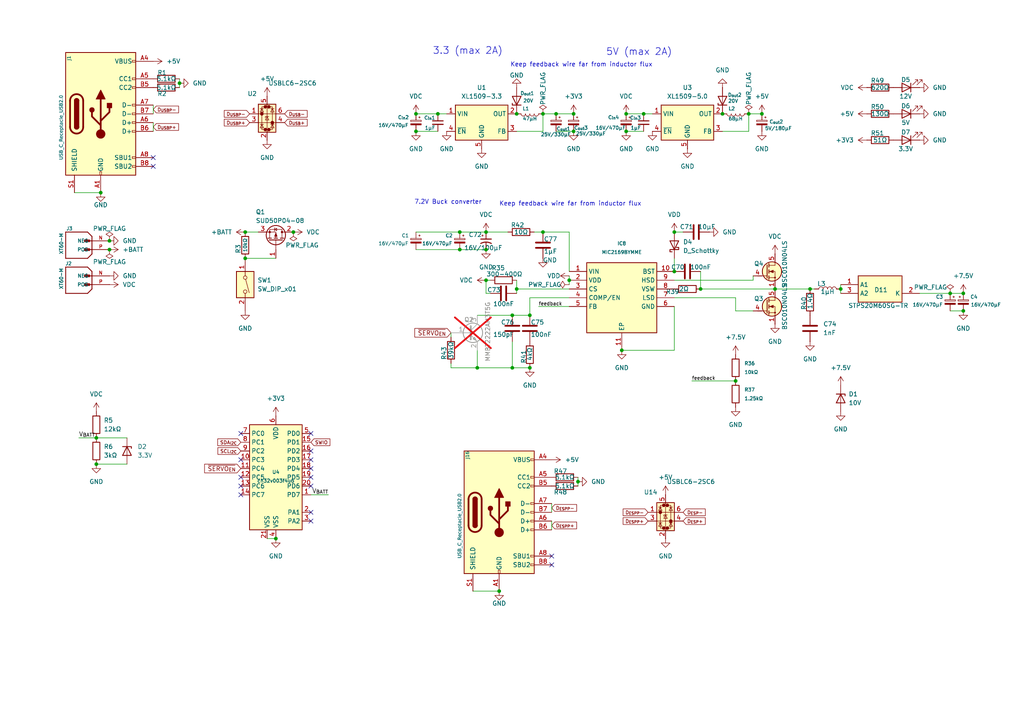
<source format=kicad_sch>
(kicad_sch
	(version 20250114)
	(generator "eeschema")
	(generator_version "9.0")
	(uuid "e4c09165-9c68-40b2-881f-c90ce6ecf190")
	(paper "A4")
	
	(text "Keep feedback wire far from inductor flux\n"
		(exclude_from_sim no)
		(at 144.78 59.944 0)
		(effects
			(font
				(size 1.27 1.27)
			)
			(justify left bottom)
		)
		(uuid "0a3c12fe-98b1-4a44-b02b-1ed508eb677c")
	)
	(text "3.3 (max 2A)"
		(exclude_from_sim no)
		(at 125.476 16.002 0)
		(effects
			(font
				(size 2 2)
			)
			(justify left bottom)
		)
		(uuid "48169a2d-28fd-4408-8e6c-9683429c6920")
	)
	(text "Keep feedback wire far from inductor flux\n"
		(exclude_from_sim no)
		(at 148.0058 19.5834 0)
		(effects
			(font
				(size 1.27 1.27)
			)
			(justify left bottom)
		)
		(uuid "5a720c8f-5903-46e9-b0ec-dc305d8b39d6")
	)
	(text "5V (max 2A)"
		(exclude_from_sim no)
		(at 175.7553 16.3195 0)
		(effects
			(font
				(size 2 2)
			)
			(justify left bottom)
		)
		(uuid "b12016d3-a4da-4292-b8fd-4654e1de889d")
	)
	(text "7.2V Buck converter"
		(exclude_from_sim no)
		(at 120.142 59.436 0)
		(effects
			(font
				(size 1.27 1.27)
			)
			(justify left bottom)
		)
		(uuid "d76eff94-37a4-4b9d-8d63-d76bbee1d60d")
	)
	(junction
		(at 29.21 55.88)
		(diameter 0)
		(color 0 0 0 0)
		(uuid "014229f8-e922-43fc-bb3a-ada6f8e16a40")
	)
	(junction
		(at 279.4 85.09)
		(diameter 0)
		(color 0 0 0 0)
		(uuid "0706ad95-8615-4630-8e7e-c4623ef20ba3")
	)
	(junction
		(at 153.67 91.44)
		(diameter 0)
		(color 0 0 0 0)
		(uuid "0bf23e79-1fbd-4df3-9ba3-b7681327d067")
	)
	(junction
		(at 31.75 69.85)
		(diameter 0)
		(color 0 0 0 0)
		(uuid "0cb14bcc-13f9-4b13-bb4e-ef6e8e2f3418")
	)
	(junction
		(at 52.07 24.13)
		(diameter 0)
		(color 0 0 0 0)
		(uuid "0ed86d61-ab59-42f1-aa05-aa92cf967161")
	)
	(junction
		(at 149.86 83.82)
		(diameter 0)
		(color 0 0 0 0)
		(uuid "17ee1fca-69be-4309-b01b-2c69ab096265")
	)
	(junction
		(at 71.12 67.31)
		(diameter 0)
		(color 0 0 0 0)
		(uuid "1867cdcb-5d9f-44ec-9da6-73143f38074a")
	)
	(junction
		(at 165.1 81.28)
		(diameter 0)
		(color 0 0 0 0)
		(uuid "19a83583-8dbf-4364-9f25-a61c946a2757")
	)
	(junction
		(at 133.35 72.39)
		(diameter 0)
		(color 0 0 0 0)
		(uuid "1fd6e48c-76b4-4e07-b3de-49cc4b072e3c")
	)
	(junction
		(at 140.97 67.31)
		(diameter 0)
		(color 0 0 0 0)
		(uuid "217c6588-7ead-430f-ab06-f5227919cc53")
	)
	(junction
		(at 149.86 33.02)
		(diameter 0)
		(color 0 0 0 0)
		(uuid "2783d833-13cd-455f-88b4-b341daea4265")
	)
	(junction
		(at 213.36 110.49)
		(diameter 0)
		(color 0 0 0 0)
		(uuid "30598afb-f608-4624-9286-44862f977320")
	)
	(junction
		(at 71.12 74.93)
		(diameter 0)
		(color 0 0 0 0)
		(uuid "33337cca-7bb0-4b88-a5da-7253c6f0e3c3")
	)
	(junction
		(at 31.75 72.39)
		(diameter 0)
		(color 0 0 0 0)
		(uuid "368b4340-f94f-4191-a85e-d022f7ff95e3")
	)
	(junction
		(at 138.43 106.68)
		(diameter 0)
		(color 0 0 0 0)
		(uuid "3e7748d7-a0da-44ca-b4be-3a9f63966d0c")
	)
	(junction
		(at 27.94 127)
		(diameter 0)
		(color 0 0 0 0)
		(uuid "4016bba1-7f13-44f2-8770-aead50a38f9a")
	)
	(junction
		(at 120.65 38.1)
		(diameter 0)
		(color 0 0 0 0)
		(uuid "421602c8-530a-4659-8ab8-8c4fa4d32452")
	)
	(junction
		(at 181.61 33.02)
		(diameter 0)
		(color 0 0 0 0)
		(uuid "42f5718f-9bb0-4fac-84c5-bcad7d0a4189")
	)
	(junction
		(at 166.37 33.02)
		(diameter 0)
		(color 0 0 0 0)
		(uuid "4462a825-de39-4fc2-8504-99a1aa45b3ae")
	)
	(junction
		(at 275.59 85.09)
		(diameter 0)
		(color 0 0 0 0)
		(uuid "464b34be-16b7-4498-9836-33e174587801")
	)
	(junction
		(at 148.59 91.44)
		(diameter 0)
		(color 0 0 0 0)
		(uuid "4a64b53c-648c-4f96-bd61-d23e1d3f95d1")
	)
	(junction
		(at 180.34 101.6)
		(diameter 0)
		(color 0 0 0 0)
		(uuid "4e06d980-b782-4927-8395-d6c0bf249446")
	)
	(junction
		(at 195.58 67.31)
		(diameter 0)
		(color 0 0 0 0)
		(uuid "4fc4f8b4-213a-4e5a-931d-812028ec46ef")
	)
	(junction
		(at 85.09 67.31)
		(diameter 0)
		(color 0 0 0 0)
		(uuid "5a5717b8-9446-4647-89ef-e1f338684f14")
	)
	(junction
		(at 120.65 33.02)
		(diameter 0)
		(color 0 0 0 0)
		(uuid "5d8646b5-3b36-47e3-95d0-b2b0f7a20c64")
	)
	(junction
		(at 144.78 171.45)
		(diameter 0)
		(color 0 0 0 0)
		(uuid "6de34901-02bc-494a-bdf8-1249b62609ec")
	)
	(junction
		(at 203.2 83.82)
		(diameter 0)
		(color 0 0 0 0)
		(uuid "70896acb-ec56-4ad6-a2d5-7dc8071514a5")
	)
	(junction
		(at 209.55 33.02)
		(diameter 0)
		(color 0 0 0 0)
		(uuid "758baad9-ec2d-4203-bad5-2ca00e12dd09")
	)
	(junction
		(at 234.95 83.82)
		(diameter 0)
		(color 0 0 0 0)
		(uuid "7ac401a6-e2ab-4fbe-8753-3d22959635b2")
	)
	(junction
		(at 161.29 33.02)
		(diameter 0)
		(color 0 0 0 0)
		(uuid "7e15fe13-dcd5-444a-8bd8-8e59749f86b0")
	)
	(junction
		(at 148.59 106.68)
		(diameter 0)
		(color 0 0 0 0)
		(uuid "82df520e-1b15-4f77-b0a9-0d41a3de5616")
	)
	(junction
		(at 195.58 78.74)
		(diameter 0)
		(color 0 0 0 0)
		(uuid "8421ec3c-9f22-4102-85fb-7fa09b28549d")
	)
	(junction
		(at 157.48 33.02)
		(diameter 0)
		(color 0 0 0 0)
		(uuid "8835e889-c777-489c-abff-7f4712cf0195")
	)
	(junction
		(at 186.69 33.02)
		(diameter 0)
		(color 0 0 0 0)
		(uuid "8c0c6224-8743-47d7-9d28-74626ab4a532")
	)
	(junction
		(at 133.35 67.31)
		(diameter 0)
		(color 0 0 0 0)
		(uuid "90494018-72ca-4082-8275-9d8a0876f50c")
	)
	(junction
		(at 127 33.02)
		(diameter 0)
		(color 0 0 0 0)
		(uuid "94283697-0c08-4972-8d07-ff4bcb35e7ca")
	)
	(junction
		(at 166.37 38.1)
		(diameter 0)
		(color 0 0 0 0)
		(uuid "9b87ac5e-dbb1-4505-8dcd-8de9f85773a8")
	)
	(junction
		(at 181.61 38.1)
		(diameter 0)
		(color 0 0 0 0)
		(uuid "9d785556-379c-444b-aa7f-6330da13bb64")
	)
	(junction
		(at 153.67 106.68)
		(diameter 0)
		(color 0 0 0 0)
		(uuid "9de04210-cd8f-4fa9-89e6-c07bdd199920")
	)
	(junction
		(at 80.01 156.21)
		(diameter 0)
		(color 0 0 0 0)
		(uuid "a3a85b14-7aa3-4373-95db-3e7aa17e66da")
	)
	(junction
		(at 243.84 83.82)
		(diameter 0)
		(color 0 0 0 0)
		(uuid "a6d95978-b246-488a-ad10-f25edd32b74e")
	)
	(junction
		(at 217.17 33.02)
		(diameter 0)
		(color 0 0 0 0)
		(uuid "c1909f9d-b91e-4aa3-bf96-6e3effc91816")
	)
	(junction
		(at 220.98 33.02)
		(diameter 0)
		(color 0 0 0 0)
		(uuid "d2259b7f-5670-4575-8cac-fbfda11ec99c")
	)
	(junction
		(at 279.4 90.17)
		(diameter 0)
		(color 0 0 0 0)
		(uuid "d8593ac6-127d-40f7-936d-23e3f709214b")
	)
	(junction
		(at 224.79 83.82)
		(diameter 0)
		(color 0 0 0 0)
		(uuid "d87e0da5-2127-4f85-9191-411b188b93a9")
	)
	(junction
		(at 27.94 134.62)
		(diameter 0)
		(color 0 0 0 0)
		(uuid "e37bb98d-a07f-4760-ad58-c557dcdd7480")
	)
	(junction
		(at 140.97 81.28)
		(diameter 0)
		(color 0 0 0 0)
		(uuid "e7bc1f6b-c0bc-4dfb-b024-54777acc4d86")
	)
	(junction
		(at 140.97 72.39)
		(diameter 0)
		(color 0 0 0 0)
		(uuid "f00a5d5f-61b6-4ccf-b20b-121de7fdd48c")
	)
	(junction
		(at 157.48 67.31)
		(diameter 0)
		(color 0 0 0 0)
		(uuid "f522d1b8-2802-4460-9f1c-2b7a8b789b98")
	)
	(junction
		(at 167.64 139.7)
		(diameter 0)
		(color 0 0 0 0)
		(uuid "f7f046cb-b205-4224-a049-17d624e3597d")
	)
	(no_connect
		(at 90.17 151.13)
		(uuid "124bb475-31c5-4a42-a51c-e929a56c9b46")
	)
	(no_connect
		(at 90.17 130.81)
		(uuid "135c539e-89cf-4297-815e-9769cd02d2f8")
	)
	(no_connect
		(at 90.17 138.43)
		(uuid "17e9351e-4221-450f-a467-5732b0d0d16b")
	)
	(no_connect
		(at 90.17 133.35)
		(uuid "21d3c945-6112-4816-bded-f8d83d8813a2")
	)
	(no_connect
		(at 69.85 140.97)
		(uuid "2f5c8c2b-f4b9-4745-87bc-232dcadb4b84")
	)
	(no_connect
		(at 160.02 161.29)
		(uuid "311534de-1728-4956-b430-728279c1b4ed")
	)
	(no_connect
		(at 69.85 143.51)
		(uuid "5a29329e-7d6c-4a1d-89a8-2bbb095c0069")
	)
	(no_connect
		(at 69.85 133.35)
		(uuid "6060c138-277d-416d-b112-6e34eae66af6")
	)
	(no_connect
		(at 90.17 125.73)
		(uuid "60bd5cbc-3f42-4efd-a5a1-1531afdc180b")
	)
	(no_connect
		(at 44.45 45.72)
		(uuid "7952fb62-0351-4f17-a9b0-ffd70f532bab")
	)
	(no_connect
		(at 44.45 48.26)
		(uuid "79782b9e-bcb1-4afa-99d8-0d840bd98a14")
	)
	(no_connect
		(at 160.02 163.83)
		(uuid "8d6b843c-f20f-4dee-a07d-4e020dec3782")
	)
	(no_connect
		(at 90.17 135.89)
		(uuid "937070c3-5d2d-485c-b76f-0433f35de078")
	)
	(no_connect
		(at 90.17 140.97)
		(uuid "9fc80ee9-fea2-4aec-828f-811353459fa4")
	)
	(no_connect
		(at 69.85 138.43)
		(uuid "b72b776a-6dfb-4d45-86a9-3fb29dc54d14")
	)
	(no_connect
		(at 69.85 125.73)
		(uuid "d4cf46a4-2913-42d9-89b7-c49af041dc26")
	)
	(no_connect
		(at 90.17 148.59)
		(uuid "f0703af6-f17e-4b44-bf05-413f333d7936")
	)
	(wire
		(pts
			(xy 52.07 24.13) (xy 52.07 25.4)
		)
		(stroke
			(width 0)
			(type default)
		)
		(uuid "053a504a-6ed1-4d67-a669-fa2d98e80bf4")
	)
	(wire
		(pts
			(xy 157.48 38.1) (xy 149.86 38.1)
		)
		(stroke
			(width 0)
			(type default)
		)
		(uuid "0942168b-90c6-47b4-9f2a-25487e9c1bda")
	)
	(wire
		(pts
			(xy 218.44 81.28) (xy 218.44 80.01)
		)
		(stroke
			(width 0)
			(type default)
		)
		(uuid "09986f12-7495-4275-b3c0-cfacc2e583f0")
	)
	(wire
		(pts
			(xy 165.1 86.36) (xy 153.67 86.36)
		)
		(stroke
			(width 0)
			(type default)
		)
		(uuid "0c98411e-f845-4768-adae-4a720f477d13")
	)
	(wire
		(pts
			(xy 149.86 83.82) (xy 149.86 85.09)
		)
		(stroke
			(width 0)
			(type default)
		)
		(uuid "1750e4c6-ef76-4cc3-982f-7eca4e53da90")
	)
	(wire
		(pts
			(xy 148.59 106.68) (xy 153.67 106.68)
		)
		(stroke
			(width 0)
			(type default)
		)
		(uuid "1a36f1af-f133-426b-9176-69d12d13ad80")
	)
	(wire
		(pts
			(xy 77.47 156.21) (xy 80.01 156.21)
		)
		(stroke
			(width 0)
			(type default)
		)
		(uuid "1b878f87-5e42-4357-be2a-0029869703ca")
	)
	(wire
		(pts
			(xy 27.94 134.62) (xy 36.83 134.62)
		)
		(stroke
			(width 0)
			(type default)
		)
		(uuid "1b93d690-d85d-447b-8962-964b4f15d693")
	)
	(wire
		(pts
			(xy 153.67 86.36) (xy 153.67 91.44)
		)
		(stroke
			(width 0)
			(type default)
		)
		(uuid "1e0c655b-8182-48ca-a63d-c98deb5a071c")
	)
	(wire
		(pts
			(xy 127 33.02) (xy 129.54 33.02)
		)
		(stroke
			(width 0)
			(type default)
		)
		(uuid "205690c4-0c3e-42b1-9c99-0ea5c9353b8e")
	)
	(wire
		(pts
			(xy 148.59 91.44) (xy 153.67 91.44)
		)
		(stroke
			(width 0)
			(type default)
		)
		(uuid "26ec0cae-11f4-488a-84e2-1caacb5add56")
	)
	(wire
		(pts
			(xy 140.97 67.31) (xy 147.32 67.31)
		)
		(stroke
			(width 0)
			(type default)
		)
		(uuid "2a8cd20a-6489-4829-bbe6-946b04c90df7")
	)
	(wire
		(pts
			(xy 243.84 82.55) (xy 243.84 83.82)
		)
		(stroke
			(width 0)
			(type default)
		)
		(uuid "2bdf4332-f8fc-49c3-a059-e4fa0d5859d4")
	)
	(wire
		(pts
			(xy 140.97 81.28) (xy 140.97 85.09)
		)
		(stroke
			(width 0)
			(type default)
		)
		(uuid "2c9c67cc-8c9f-416b-af3e-189f8097bafa")
	)
	(wire
		(pts
			(xy 166.37 33.02) (xy 161.29 33.02)
		)
		(stroke
			(width 0)
			(type default)
		)
		(uuid "33956aff-8e60-450c-bd79-9417e15417e8")
	)
	(wire
		(pts
			(xy 167.64 139.7) (xy 167.64 140.97)
		)
		(stroke
			(width 0)
			(type default)
		)
		(uuid "34ae4c3d-216e-4e42-abf8-4600f620a1dc")
	)
	(wire
		(pts
			(xy 140.97 85.09) (xy 142.24 85.09)
		)
		(stroke
			(width 0)
			(type default)
		)
		(uuid "36a7d1ea-9bec-48f8-b19f-a5981a605299")
	)
	(wire
		(pts
			(xy 27.94 127) (xy 36.83 127)
		)
		(stroke
			(width 0)
			(type default)
		)
		(uuid "3799ff52-00f9-40bc-8c79-1a7d68224e30")
	)
	(wire
		(pts
			(xy 203.2 83.82) (xy 224.79 83.82)
		)
		(stroke
			(width 0)
			(type default)
		)
		(uuid "39755c1a-a048-43f3-bdde-e1aed542d78f")
	)
	(wire
		(pts
			(xy 71.12 74.93) (xy 80.01 74.93)
		)
		(stroke
			(width 0)
			(type default)
		)
		(uuid "3c7cc695-7d28-4a62-a505-6ab5be30ba4f")
	)
	(wire
		(pts
			(xy 21.59 55.88) (xy 29.21 55.88)
		)
		(stroke
			(width 0)
			(type default)
		)
		(uuid "3e43a8b7-9937-4e51-8e8c-fb3c02dc0625")
	)
	(wire
		(pts
			(xy 161.29 33.02) (xy 157.48 33.02)
		)
		(stroke
			(width 0)
			(type default)
		)
		(uuid "401bf375-864e-4be6-b4c1-9f39fe7b4186")
	)
	(wire
		(pts
			(xy 217.17 33.02) (xy 220.98 33.02)
		)
		(stroke
			(width 0)
			(type default)
		)
		(uuid "47f4b398-19b9-4c16-abfc-6617df398c03")
	)
	(wire
		(pts
			(xy 195.58 81.28) (xy 218.44 81.28)
		)
		(stroke
			(width 0)
			(type default)
		)
		(uuid "49d93633-1ef6-46bd-b8ce-c145790697cc")
	)
	(wire
		(pts
			(xy 160.02 151.13) (xy 160.02 153.67)
		)
		(stroke
			(width 0)
			(type default)
		)
		(uuid "50bdb92b-659f-4c96-be36-3d34d7003101")
	)
	(wire
		(pts
			(xy 71.12 67.31) (xy 74.93 67.31)
		)
		(stroke
			(width 0)
			(type default)
		)
		(uuid "5348afa6-83c5-419a-b209-5d563b40689f")
	)
	(wire
		(pts
			(xy 156.21 88.9) (xy 165.1 88.9)
		)
		(stroke
			(width 0)
			(type default)
		)
		(uuid "56771a4c-5331-4eca-9a48-192ed2b9184a")
	)
	(wire
		(pts
			(xy 44.45 30.48) (xy 44.45 33.02)
		)
		(stroke
			(width 0)
			(type default)
		)
		(uuid "5d2c0f0a-fd4d-4e40-bfbe-2875e26dc6ae")
	)
	(wire
		(pts
			(xy 138.43 91.44) (xy 148.59 91.44)
		)
		(stroke
			(width 0)
			(type default)
		)
		(uuid "64968a76-afd5-41a5-a688-7c2be682ad8e")
	)
	(wire
		(pts
			(xy 166.37 38.1) (xy 161.29 38.1)
		)
		(stroke
			(width 0)
			(type default)
		)
		(uuid "6877241a-2447-4995-9ffd-73b73f602498")
	)
	(wire
		(pts
			(xy 130.81 106.68) (xy 138.43 106.68)
		)
		(stroke
			(width 0)
			(type default)
		)
		(uuid "6957e499-6fd3-42ab-a965-1e6097939a62")
	)
	(wire
		(pts
			(xy 165.1 82.55) (xy 165.1 81.28)
		)
		(stroke
			(width 0)
			(type default)
		)
		(uuid "69a7b186-1513-4eb3-b438-46dd371f3737")
	)
	(wire
		(pts
			(xy 137.16 171.45) (xy 144.78 171.45)
		)
		(stroke
			(width 0)
			(type default)
		)
		(uuid "6abb473b-b7f3-4e9e-974b-d9e5b2749db7")
	)
	(wire
		(pts
			(xy 133.35 72.39) (xy 140.97 72.39)
		)
		(stroke
			(width 0)
			(type default)
		)
		(uuid "6c51610a-e951-476e-bd47-075b0fcd035c")
	)
	(wire
		(pts
			(xy 44.45 35.56) (xy 44.45 38.1)
		)
		(stroke
			(width 0)
			(type default)
		)
		(uuid "6c97a266-3319-4ff0-9b0a-b5b67c66967a")
	)
	(wire
		(pts
			(xy 130.81 97.79) (xy 130.81 96.52)
		)
		(stroke
			(width 0)
			(type default)
		)
		(uuid "72917a42-1c72-436e-88ed-58a45b0a4f69")
	)
	(wire
		(pts
			(xy 234.95 83.82) (xy 236.22 83.82)
		)
		(stroke
			(width 0)
			(type default)
		)
		(uuid "72e0d3d8-31a7-4832-88fd-f2c7c7fc3ae2")
	)
	(wire
		(pts
			(xy 213.36 90.17) (xy 213.36 86.36)
		)
		(stroke
			(width 0)
			(type default)
		)
		(uuid "739d34b2-1989-4f3e-af5a-39177ce01872")
	)
	(wire
		(pts
			(xy 275.59 85.09) (xy 266.7 85.09)
		)
		(stroke
			(width 0)
			(type default)
		)
		(uuid "74120155-8cd3-476b-bbc3-d98b31d06a78")
	)
	(wire
		(pts
			(xy 203.2 78.74) (xy 203.2 83.82)
		)
		(stroke
			(width 0)
			(type default)
		)
		(uuid "77224108-e920-4a0a-b290-a3ed8e848f8f")
	)
	(wire
		(pts
			(xy 130.81 105.41) (xy 130.81 106.68)
		)
		(stroke
			(width 0)
			(type default)
		)
		(uuid "78a300fa-be2a-43c7-800c-c4a90dd58151")
	)
	(wire
		(pts
			(xy 133.35 67.31) (xy 140.97 67.31)
		)
		(stroke
			(width 0)
			(type default)
		)
		(uuid "7cd72a95-2ee8-43ec-9ac6-69ebe4836183")
	)
	(wire
		(pts
			(xy 165.1 80.01) (xy 165.1 81.28)
		)
		(stroke
			(width 0)
			(type default)
		)
		(uuid "8185d147-a892-414a-a1fa-44062c60f135")
	)
	(wire
		(pts
			(xy 95.25 143.51) (xy 90.17 143.51)
		)
		(stroke
			(width 0)
			(type default)
		)
		(uuid "8766f2ef-7066-4804-94f7-9620d8da8797")
	)
	(wire
		(pts
			(xy 195.58 78.74) (xy 195.58 74.93)
		)
		(stroke
			(width 0)
			(type default)
		)
		(uuid "8d7489de-f385-47bf-9339-60f6354eb52d")
	)
	(wire
		(pts
			(xy 120.65 38.1) (xy 127 38.1)
		)
		(stroke
			(width 0)
			(type default)
		)
		(uuid "8e63775b-780b-4596-9f3f-ad40fb74f8b4")
	)
	(wire
		(pts
			(xy 167.64 138.43) (xy 167.64 139.7)
		)
		(stroke
			(width 0)
			(type default)
		)
		(uuid "9be2e5ec-6222-4f5f-80b5-33660633a4f5")
	)
	(wire
		(pts
			(xy 200.66 110.49) (xy 213.36 110.49)
		)
		(stroke
			(width 0)
			(type default)
		)
		(uuid "9c69da92-f880-4537-8518-bb1b196cd354")
	)
	(wire
		(pts
			(xy 279.4 85.09) (xy 275.59 85.09)
		)
		(stroke
			(width 0)
			(type default)
		)
		(uuid "a1cbabf1-07c1-4208-86df-97a86957fc79")
	)
	(wire
		(pts
			(xy 213.36 86.36) (xy 195.58 86.36)
		)
		(stroke
			(width 0)
			(type default)
		)
		(uuid "a3f062d9-396a-4a33-ad57-7e7c99c20541")
	)
	(wire
		(pts
			(xy 138.43 101.6) (xy 138.43 106.68)
		)
		(stroke
			(width 0)
			(type default)
		)
		(uuid "aaa97755-d485-4e56-be4b-57852cd93e2a")
	)
	(wire
		(pts
			(xy 22.86 127) (xy 27.94 127)
		)
		(stroke
			(width 0)
			(type default)
		)
		(uuid "ac14b0bd-75a5-47d0-be04-d828d7eb843c")
	)
	(wire
		(pts
			(xy 165.1 67.31) (xy 165.1 78.74)
		)
		(stroke
			(width 0)
			(type default)
		)
		(uuid "b16a4f44-0b93-4422-a245-307ba87d7ef8")
	)
	(wire
		(pts
			(xy 138.43 106.68) (xy 148.59 106.68)
		)
		(stroke
			(width 0)
			(type default)
		)
		(uuid "b24ff3e2-c665-4577-a5c9-3a9f2b317188")
	)
	(wire
		(pts
			(xy 275.59 90.17) (xy 279.4 90.17)
		)
		(stroke
			(width 0)
			(type default)
		)
		(uuid "b525c32a-a329-442f-bbc9-66a6548b864b")
	)
	(wire
		(pts
			(xy 148.59 99.06) (xy 148.59 106.68)
		)
		(stroke
			(width 0)
			(type default)
		)
		(uuid "b9cf9865-d64d-463c-9b22-e31ee7189136")
	)
	(wire
		(pts
			(xy 154.94 67.31) (xy 157.48 67.31)
		)
		(stroke
			(width 0)
			(type default)
		)
		(uuid "baadf4fa-27be-4ce0-a489-5facd1134f37")
	)
	(wire
		(pts
			(xy 195.58 101.6) (xy 180.34 101.6)
		)
		(stroke
			(width 0)
			(type default)
		)
		(uuid "c4fed904-1243-45ac-b3f9-4958577458b3")
	)
	(wire
		(pts
			(xy 186.69 33.02) (xy 189.23 33.02)
		)
		(stroke
			(width 0)
			(type default)
		)
		(uuid "cba284c4-1019-453a-b3e4-3b5cb8d394d9")
	)
	(wire
		(pts
			(xy 120.65 33.02) (xy 127 33.02)
		)
		(stroke
			(width 0)
			(type default)
		)
		(uuid "cc82a52d-6afb-45df-9e57-f1e8b50baf85")
	)
	(wire
		(pts
			(xy 217.17 33.02) (xy 217.17 38.1)
		)
		(stroke
			(width 0)
			(type default)
		)
		(uuid "ccd76661-1d99-46d1-a208-047de7cfad87")
	)
	(wire
		(pts
			(xy 157.48 33.02) (xy 157.48 38.1)
		)
		(stroke
			(width 0)
			(type default)
		)
		(uuid "d057006b-063f-4a1e-ae82-6b2a59a13323")
	)
	(wire
		(pts
			(xy 52.07 22.86) (xy 52.07 24.13)
		)
		(stroke
			(width 0)
			(type default)
		)
		(uuid "d1142411-af04-4104-97a7-1e58b4f10341")
	)
	(wire
		(pts
			(xy 224.79 83.82) (xy 234.95 83.82)
		)
		(stroke
			(width 0)
			(type default)
		)
		(uuid "d3972618-1498-4026-b6f0-ed65b4fbd47c")
	)
	(wire
		(pts
			(xy 186.69 38.1) (xy 181.61 38.1)
		)
		(stroke
			(width 0)
			(type default)
		)
		(uuid "d59d0021-d4ff-433c-ad8f-ea374a73d84d")
	)
	(wire
		(pts
			(xy 120.65 72.39) (xy 133.35 72.39)
		)
		(stroke
			(width 0)
			(type default)
		)
		(uuid "d95ac49d-9c52-40ef-b5d0-7c47d1a0375a")
	)
	(wire
		(pts
			(xy 149.86 83.82) (xy 165.1 83.82)
		)
		(stroke
			(width 0)
			(type default)
		)
		(uuid "d95f5b74-fa08-476f-985a-f7f4bc1c9c17")
	)
	(wire
		(pts
			(xy 186.69 33.02) (xy 181.61 33.02)
		)
		(stroke
			(width 0)
			(type default)
		)
		(uuid "da65c94f-2078-4870-8f08-914efa9360ae")
	)
	(wire
		(pts
			(xy 140.97 81.28) (xy 142.24 81.28)
		)
		(stroke
			(width 0)
			(type default)
		)
		(uuid "dc582065-102d-4cfe-85ca-118cb7a2cdae")
	)
	(wire
		(pts
			(xy 243.84 83.82) (xy 243.84 85.09)
		)
		(stroke
			(width 0)
			(type default)
		)
		(uuid "e162fa88-92be-49a9-9058-acdc96b545f0")
	)
	(wire
		(pts
			(xy 217.17 38.1) (xy 209.55 38.1)
		)
		(stroke
			(width 0)
			(type default)
		)
		(uuid "e1e548ef-107d-4705-9109-32b91e09a13d")
	)
	(wire
		(pts
			(xy 157.48 67.31) (xy 165.1 67.31)
		)
		(stroke
			(width 0)
			(type default)
		)
		(uuid "e5d30e08-3f7e-4e3b-ba12-3f800b568986")
	)
	(wire
		(pts
			(xy 195.58 88.9) (xy 195.58 101.6)
		)
		(stroke
			(width 0)
			(type default)
		)
		(uuid "e78282fd-bbe6-4b6a-bb29-53486acb8c2a")
	)
	(wire
		(pts
			(xy 213.36 90.17) (xy 218.44 90.17)
		)
		(stroke
			(width 0)
			(type default)
		)
		(uuid "ebc7e78a-8141-4eb4-b4ea-3cc9ec02df4b")
	)
	(wire
		(pts
			(xy 195.58 67.31) (xy 198.12 67.31)
		)
		(stroke
			(width 0)
			(type default)
		)
		(uuid "f6d3f840-16ed-4e41-953b-58b14c945fb0")
	)
	(wire
		(pts
			(xy 120.65 67.31) (xy 133.35 67.31)
		)
		(stroke
			(width 0)
			(type default)
		)
		(uuid "f7449f29-1ed8-4635-879c-f5ef64198b34")
	)
	(wire
		(pts
			(xy 160.02 146.05) (xy 160.02 148.59)
		)
		(stroke
			(width 0)
			(type default)
		)
		(uuid "f7e05f77-50fd-4aff-b78f-379c63536512")
	)
	(wire
		(pts
			(xy 149.86 81.28) (xy 149.86 83.82)
		)
		(stroke
			(width 0)
			(type default)
		)
		(uuid "f8e08287-4160-41e2-8279-b049e0d926e8")
	)
	(label "V_{BATT}"
		(at 95.25 143.51 180)
		(effects
			(font
				(size 1.27 1.27)
			)
			(justify right bottom)
		)
		(uuid "608fb22e-243c-448d-956d-5159e69fad89")
	)
	(label "feedback"
		(at 200.66 110.49 0)
		(effects
			(font
				(size 1 1)
			)
			(justify left bottom)
		)
		(uuid "b5278026-2d73-4e0f-84b1-c9b5f0f4ac2b")
	)
	(label "feedback"
		(at 156.21 88.9 0)
		(effects
			(font
				(size 1 1)
			)
			(justify left bottom)
		)
		(uuid "bb1729b4-29ac-41df-9ce8-13ed26599923")
	)
	(label "V_{BATT}"
		(at 22.86 127 0)
		(effects
			(font
				(size 1.27 1.27)
			)
			(justify left bottom)
		)
		(uuid "f701d4e4-7250-4f9a-8999-cd3c4a85ba77")
	)
	(global_label "D_{ESPP}+"
		(shape input)
		(at 187.96 151.13 180)
		(fields_autoplaced yes)
		(effects
			(font
				(size 1 1)
			)
			(justify right)
		)
		(uuid "026b4fac-da18-4277-a090-eb7cb52ceca4")
		(property "Intersheetrefs" "${INTERSHEET_REFS}"
			(at 180.2859 151.13 0)
			(effects
				(font
					(size 1.27 1.27)
				)
				(justify right)
				(hide yes)
			)
		)
	)
	(global_label "D_{USBP}+"
		(shape input)
		(at 72.39 35.56 180)
		(fields_autoplaced yes)
		(effects
			(font
				(size 1 1)
			)
			(justify right)
		)
		(uuid "06ebf72d-73ae-43bb-b4be-946b093979f9")
		(property "Intersheetrefs" "${INTERSHEET_REFS}"
			(at 64.6016 35.56 0)
			(effects
				(font
					(size 1.27 1.27)
				)
				(justify right)
				(hide yes)
			)
		)
	)
	(global_label "SCL_{I2C}"
		(shape input)
		(at 69.85 130.81 180)
		(fields_autoplaced yes)
		(effects
			(font
				(size 1 1)
			)
			(justify right)
		)
		(uuid "083ae700-69dd-4911-a3ba-5f93335d13d8")
		(property "Intersheetrefs" "${INTERSHEET_REFS}"
			(at 62.7549 130.81 0)
			(effects
				(font
					(size 1.27 1.27)
				)
				(justify right)
				(hide yes)
			)
		)
	)
	(global_label "D_{USBP}-"
		(shape input)
		(at 72.39 33.02 180)
		(fields_autoplaced yes)
		(effects
			(font
				(size 1 1)
			)
			(justify right)
		)
		(uuid "13b6afba-c0e4-495c-97c2-241bc5d3b785")
		(property "Intersheetrefs" "${INTERSHEET_REFS}"
			(at 64.6016 33.02 0)
			(effects
				(font
					(size 1.27 1.27)
				)
				(justify right)
				(hide yes)
			)
		)
	)
	(global_label "D_{USB}+"
		(shape input)
		(at 82.55 35.56 0)
		(fields_autoplaced yes)
		(effects
			(font
				(size 1 1)
			)
			(justify left)
		)
		(uuid "2b7dd9c6-9656-4261-aa88-ade050db9a0e")
		(property "Intersheetrefs" "${INTERSHEET_REFS}"
			(at 89.5384 35.56 0)
			(effects
				(font
					(size 1.27 1.27)
				)
				(justify left)
				(hide yes)
			)
		)
	)
	(global_label "D_{ESPP}-"
		(shape input)
		(at 160.02 147.32 0)
		(fields_autoplaced yes)
		(effects
			(font
				(size 1 1)
			)
			(justify left)
		)
		(uuid "3b44cca5-8ff5-4e6a-b340-2172114a160d")
		(property "Intersheetrefs" "${INTERSHEET_REFS}"
			(at 167.6941 147.32 0)
			(effects
				(font
					(size 1.27 1.27)
				)
				(justify left)
				(hide yes)
			)
		)
	)
	(global_label "D_{USB}-"
		(shape input)
		(at 82.55 33.02 0)
		(fields_autoplaced yes)
		(effects
			(font
				(size 1 1)
			)
			(justify left)
		)
		(uuid "43f21ebf-45de-404b-872d-8e656d849870")
		(property "Intersheetrefs" "${INTERSHEET_REFS}"
			(at 89.5384 33.02 0)
			(effects
				(font
					(size 1.27 1.27)
				)
				(justify left)
				(hide yes)
			)
		)
	)
	(global_label "D_{USBP}-"
		(shape input)
		(at 44.45 31.75 0)
		(fields_autoplaced yes)
		(effects
			(font
				(size 1 1)
			)
			(justify left)
		)
		(uuid "45ca9d0c-2c1c-4f11-83ca-e6cc429f9769")
		(property "Intersheetrefs" "${INTERSHEET_REFS}"
			(at 50.453 31.75 0)
			(effects
				(font
					(size 1.27 1.27)
				)
				(justify left)
				(hide yes)
			)
		)
	)
	(global_label "D_{ESPP}+"
		(shape input)
		(at 160.02 152.4 0)
		(fields_autoplaced yes)
		(effects
			(font
				(size 1 1)
			)
			(justify left)
		)
		(uuid "6122fb18-e1e8-4191-8160-d685bc3b2cbc")
		(property "Intersheetrefs" "${INTERSHEET_REFS}"
			(at 167.6941 152.4 0)
			(effects
				(font
					(size 1.27 1.27)
				)
				(justify left)
				(hide yes)
			)
		)
	)
	(global_label "D_{USBP}+"
		(shape input)
		(at 44.45 36.83 0)
		(fields_autoplaced yes)
		(effects
			(font
				(size 1 1)
			)
			(justify left)
		)
		(uuid "72fabb44-d272-4116-a694-62cfd68dc8db")
		(property "Intersheetrefs" "${INTERSHEET_REFS}"
			(at 50.453 36.83 0)
			(effects
				(font
					(size 1.27 1.27)
				)
				(justify left)
				(hide yes)
			)
		)
	)
	(global_label "D_{ESP}-"
		(shape input)
		(at 198.12 148.59 0)
		(fields_autoplaced yes)
		(effects
			(font
				(size 1 1)
			)
			(justify left)
		)
		(uuid "80edb14f-1d6b-4545-843d-21a816820cbd")
		(property "Intersheetrefs" "${INTERSHEET_REFS}"
			(at 204.9941 148.59 0)
			(effects
				(font
					(size 1.27 1.27)
				)
				(justify left)
				(hide yes)
			)
		)
	)
	(global_label "SWIO_{${SHEETNAME}}"
		(shape input)
		(at 90.17 128.27 0)
		(fields_autoplaced yes)
		(effects
			(font
				(size 1 1)
			)
			(justify left)
		)
		(uuid "9379e644-d9cf-4f3e-bfaa-50eeba70acd5")
		(property "Intersheetrefs" "${INTERSHEET_REFS}"
			(at 102.1501 128.27 0)
			(effects
				(font
					(size 1.27 1.27)
				)
				(justify left)
				(hide yes)
			)
		)
	)
	(global_label "~{SERVO_{EN}}"
		(shape input)
		(at 69.85 135.89 180)
		(fields_autoplaced yes)
		(effects
			(font
				(size 1.27 1.27)
			)
			(justify right)
		)
		(uuid "9f2e7020-d003-4b1e-bb62-fc11cecfc789")
		(property "Intersheetrefs" "${INTERSHEET_REFS}"
			(at 60.3934 135.89 0)
			(effects
				(font
					(size 1.27 1.27)
				)
				(justify right)
				(hide yes)
			)
		)
	)
	(global_label "D_{ESPP}-"
		(shape input)
		(at 187.96 148.59 180)
		(fields_autoplaced yes)
		(effects
			(font
				(size 1 1)
			)
			(justify right)
		)
		(uuid "b196a231-97b8-4cf5-adda-214f2000b77e")
		(property "Intersheetrefs" "${INTERSHEET_REFS}"
			(at 180.2859 148.59 0)
			(effects
				(font
					(size 1.27 1.27)
				)
				(justify right)
				(hide yes)
			)
		)
	)
	(global_label "~{SERVO_{EN}}"
		(shape input)
		(at 130.81 96.52 180)
		(fields_autoplaced yes)
		(effects
			(font
				(size 1.27 1.27)
			)
			(justify right)
		)
		(uuid "dc4b7883-775d-453a-ae3b-eb70c368ab13")
		(property "Intersheetrefs" "${INTERSHEET_REFS}"
			(at 121.3534 96.52 0)
			(effects
				(font
					(size 1.27 1.27)
				)
				(justify right)
				(hide yes)
			)
		)
	)
	(global_label "D_{ESP}+"
		(shape input)
		(at 198.12 151.13 0)
		(fields_autoplaced yes)
		(effects
			(font
				(size 1 1)
			)
			(justify left)
		)
		(uuid "e7711a9a-c205-49cb-81a4-512df5a34450")
		(property "Intersheetrefs" "${INTERSHEET_REFS}"
			(at 204.9941 151.13 0)
			(effects
				(font
					(size 1.27 1.27)
				)
				(justify left)
				(hide yes)
			)
		)
	)
	(global_label "SDA_{I2C}"
		(shape input)
		(at 69.85 128.27 180)
		(fields_autoplaced yes)
		(effects
			(font
				(size 1 1)
			)
			(justify right)
		)
		(uuid "ecdf453a-3c98-4cb4-a02e-d8e41fdacc71")
		(property "Intersheetrefs" "${INTERSHEET_REFS}"
			(at 62.7073 128.27 0)
			(effects
				(font
					(size 1.27 1.27)
				)
				(justify right)
				(hide yes)
			)
		)
	)
	(symbol
		(lib_id "Regulator_Switching:XL1509-5.0")
		(at 199.39 35.56 0)
		(unit 1)
		(exclude_from_sim no)
		(in_bom yes)
		(on_board yes)
		(dnp no)
		(fields_autoplaced yes)
		(uuid "042d2323-a025-4855-9429-b51f1f143e13")
		(property "Reference" "U3"
			(at 199.39 25.4 0)
			(effects
				(font
					(size 1.27 1.27)
				)
			)
		)
		(property "Value" "XL1509-5.0"
			(at 199.39 27.94 0)
			(effects
				(font
					(size 1.27 1.27)
				)
			)
		)
		(property "Footprint" "Package_SO:SOIC-8_3.9x4.9mm_P1.27mm"
			(at 199.39 27.178 0)
			(effects
				(font
					(size 1.27 1.27)
				)
				(hide yes)
			)
		)
		(property "Datasheet" "https://datasheet.lcsc.com/lcsc/1809050422_XLSEMI-XL1509-5-0E1_C61063.pdf"
			(at 201.93 24.892 0)
			(effects
				(font
					(size 1.27 1.27)
				)
				(hide yes)
			)
		)
		(property "Description" "Buck DC/DC Converter, 2A, 5V Output Voltage, 7-40V Input Voltage"
			(at 199.39 35.56 0)
			(effects
				(font
					(size 1.27 1.27)
				)
				(hide yes)
			)
		)
		(pin "6"
			(uuid "7e06b79b-3e1f-4896-851f-1879b8fc0da0")
		)
		(pin "8"
			(uuid "5baaf9fe-150c-48ca-8a09-c7f2f8ff3924")
		)
		(pin "2"
			(uuid "3dadc071-89e9-461e-9bea-41e51aed4db5")
		)
		(pin "5"
			(uuid "31fa61c9-65cf-4178-a878-e4e188046b30")
		)
		(pin "1"
			(uuid "ccee7625-0b36-415d-84ae-43df0e006603")
		)
		(pin "3"
			(uuid "8ff52cf7-96e8-4ef4-9f1a-5581697f59b1")
		)
		(pin "4"
			(uuid "1a90db6e-fa2c-4e1c-8acd-600df5f9e45a")
		)
		(pin "7"
			(uuid "61a889e1-4fbf-402b-a2c8-97b88f9ae7ac")
		)
		(instances
			(project "main_pcb"
				(path "/220120ed-d44a-4ac7-a64c-440534e9360b/0340a110-e18f-4548-a23c-1f7d052b8221"
					(reference "U3")
					(unit 1)
				)
			)
		)
	)
	(symbol
		(lib_id "power:+3V3")
		(at 80.01 120.65 0)
		(unit 1)
		(exclude_from_sim no)
		(in_bom yes)
		(on_board yes)
		(dnp no)
		(fields_autoplaced yes)
		(uuid "0449d141-472e-491e-81a0-df4decf18f4f")
		(property "Reference" "#PWR061"
			(at 80.01 124.46 0)
			(effects
				(font
					(size 1.27 1.27)
				)
				(hide yes)
			)
		)
		(property "Value" "+3V3"
			(at 80.01 115.57 0)
			(effects
				(font
					(size 1.27 1.27)
				)
			)
		)
		(property "Footprint" ""
			(at 80.01 120.65 0)
			(effects
				(font
					(size 1.27 1.27)
				)
				(hide yes)
			)
		)
		(property "Datasheet" ""
			(at 80.01 120.65 0)
			(effects
				(font
					(size 1.27 1.27)
				)
				(hide yes)
			)
		)
		(property "Description" "Power symbol creates a global label with name \"+3V3\""
			(at 80.01 120.65 0)
			(effects
				(font
					(size 1.27 1.27)
				)
				(hide yes)
			)
		)
		(pin "1"
			(uuid "111e9c82-b716-476d-9fa6-5f2069dd8948")
		)
		(instances
			(project "main_pcb"
				(path "/220120ed-d44a-4ac7-a64c-440534e9360b/0340a110-e18f-4548-a23c-1f7d052b8221"
					(reference "#PWR061")
					(unit 1)
				)
			)
		)
	)
	(symbol
		(lib_id "Device:R")
		(at 163.83 138.43 90)
		(unit 1)
		(exclude_from_sim no)
		(in_bom yes)
		(on_board yes)
		(dnp no)
		(uuid "057319d1-ef9c-4401-880c-53de03394e19")
		(property "Reference" "R47"
			(at 162.56 136.652 90)
			(effects
				(font
					(size 1.27 1.27)
				)
			)
		)
		(property "Value" "5.1kΩ"
			(at 163.83 138.43 90)
			(effects
				(font
					(size 1.27 1.27)
				)
			)
		)
		(property "Footprint" "Resistor_SMD:R_0603_1608Metric_Pad0.98x0.95mm_HandSolder"
			(at 163.83 140.208 90)
			(effects
				(font
					(size 1.27 1.27)
				)
				(hide yes)
			)
		)
		(property "Datasheet" "~"
			(at 163.83 138.43 0)
			(effects
				(font
					(size 1.27 1.27)
				)
				(hide yes)
			)
		)
		(property "Description" ""
			(at 163.83 138.43 0)
			(effects
				(font
					(size 1.27 1.27)
				)
				(hide yes)
			)
		)
		(property "LCSC" "C23186"
			(at 163.83 138.43 0)
			(effects
				(font
					(size 1.27 1.27)
				)
				(hide yes)
			)
		)
		(pin "2"
			(uuid "c03dba40-b4e3-4f07-ad8d-b3f748dd368a")
		)
		(pin "1"
			(uuid "07f9cf13-bcce-4df8-b856-db9f3ab7af8d")
		)
		(instances
			(project "main_pcb"
				(path "/220120ed-d44a-4ac7-a64c-440534e9360b/0340a110-e18f-4548-a23c-1f7d052b8221"
					(reference "R47")
					(unit 1)
				)
			)
		)
	)
	(symbol
		(lib_id "power:GND")
		(at 266.7 25.4 90)
		(unit 1)
		(exclude_from_sim no)
		(in_bom yes)
		(on_board yes)
		(dnp no)
		(fields_autoplaced yes)
		(uuid "07a6c7d1-ab6f-40ad-b4d8-ad780c3f08ff")
		(property "Reference" "#PWR0175"
			(at 273.05 25.4 0)
			(effects
				(font
					(size 1.27 1.27)
				)
				(hide yes)
			)
		)
		(property "Value" "GND"
			(at 270.51 25.3999 90)
			(effects
				(font
					(size 1.27 1.27)
				)
				(justify right)
			)
		)
		(property "Footprint" ""
			(at 266.7 25.4 0)
			(effects
				(font
					(size 1.27 1.27)
				)
				(hide yes)
			)
		)
		(property "Datasheet" ""
			(at 266.7 25.4 0)
			(effects
				(font
					(size 1.27 1.27)
				)
				(hide yes)
			)
		)
		(property "Description" "Power symbol creates a global label with name \"GND\" , ground"
			(at 266.7 25.4 0)
			(effects
				(font
					(size 1.27 1.27)
				)
				(hide yes)
			)
		)
		(pin "1"
			(uuid "86643976-eb11-4829-b67e-a59c0e4b5607")
		)
		(instances
			(project ""
				(path "/220120ed-d44a-4ac7-a64c-440534e9360b/0340a110-e18f-4548-a23c-1f7d052b8221"
					(reference "#PWR0175")
					(unit 1)
				)
			)
		)
	)
	(symbol
		(lib_name "VDC_1")
		(lib_id "power:VDC")
		(at 224.79 73.66 0)
		(unit 1)
		(exclude_from_sim no)
		(in_bom yes)
		(on_board yes)
		(dnp no)
		(fields_autoplaced yes)
		(uuid "08495a12-ee89-4b22-b95a-a636aa9f6d08")
		(property "Reference" "#PWR078"
			(at 224.79 77.47 0)
			(effects
				(font
					(size 1.27 1.27)
				)
				(hide yes)
			)
		)
		(property "Value" "VDC"
			(at 224.79 68.58 0)
			(effects
				(font
					(size 1.27 1.27)
				)
			)
		)
		(property "Footprint" ""
			(at 224.79 73.66 0)
			(effects
				(font
					(size 1.27 1.27)
				)
				(hide yes)
			)
		)
		(property "Datasheet" ""
			(at 224.79 73.66 0)
			(effects
				(font
					(size 1.27 1.27)
				)
				(hide yes)
			)
		)
		(property "Description" "Power symbol creates a global label with name \"VDC\""
			(at 224.79 73.66 0)
			(effects
				(font
					(size 1.27 1.27)
				)
				(hide yes)
			)
		)
		(pin "1"
			(uuid "f757be83-750b-49b0-b8d0-4723a3ae2e87")
		)
		(instances
			(project "main_pcb"
				(path "/220120ed-d44a-4ac7-a64c-440534e9360b/0340a110-e18f-4548-a23c-1f7d052b8221"
					(reference "#PWR078")
					(unit 1)
				)
			)
		)
	)
	(symbol
		(lib_id "Device:D_Zener")
		(at 209.55 29.21 90)
		(unit 1)
		(exclude_from_sim no)
		(in_bom yes)
		(on_board yes)
		(dnp no)
		(uuid "08b3f7ee-c3e9-4fed-8bf4-7d6cbb9c7235")
		(property "Reference" "D_{out}2"
			(at 215.1253 27.5336 90)
			(effects
				(font
					(size 1 1)
				)
				(justify left)
			)
		)
		(property "Value" "20V"
			(at 214.1093 29.2735 90)
			(effects
				(font
					(size 1 1)
				)
				(justify left)
			)
		)
		(property "Footprint" "Diode_SMD:D_SOD-123"
			(at 209.55 29.21 0)
			(effects
				(font
					(size 1 1)
				)
				(hide yes)
			)
		)
		(property "Datasheet" "~"
			(at 209.55 29.21 0)
			(effects
				(font
					(size 1 1)
				)
				(hide yes)
			)
		)
		(property "Description" ""
			(at 209.55 29.21 0)
			(effects
				(font
					(size 1.27 1.27)
				)
				(hide yes)
			)
		)
		(property "LCSC Part Number" ""
			(at 209.55 29.21 90)
			(effects
				(font
					(size 1 1)
				)
				(hide yes)
			)
		)
		(property "Manufacturer" "TWGMC"
			(at 209.55 29.21 90)
			(effects
				(font
					(size 1 1)
				)
				(hide yes)
			)
		)
		(property "Mfr. Part" "1N5817W"
			(at 209.55 29.21 90)
			(effects
				(font
					(size 1 1)
				)
				(hide yes)
			)
		)
		(property "LCSC" "C727113"
			(at 209.55 29.21 0)
			(effects
				(font
					(size 1.27 1.27)
				)
				(hide yes)
			)
		)
		(pin "1"
			(uuid "6717b45e-7932-4349-ac4c-05ae050371eb")
		)
		(pin "2"
			(uuid "1c0d10b8-9294-4e24-9e83-63d7195d81a2")
		)
		(instances
			(project "main_pcb"
				(path "/220120ed-d44a-4ac7-a64c-440534e9360b/0340a110-e18f-4548-a23c-1f7d052b8221"
					(reference "D_{out}2")
					(unit 1)
				)
			)
		)
	)
	(symbol
		(lib_id "Device:C_Polarized_Small")
		(at 275.59 87.63 0)
		(mirror y)
		(unit 1)
		(exclude_from_sim no)
		(in_bom yes)
		(on_board yes)
		(dnp no)
		(uuid "09a2cf19-13cb-41f3-8015-afd7331b0d25")
		(property "Reference" "C3"
			(at 273.558 86.106 0)
			(effects
				(font
					(size 1 1)
				)
				(justify left)
			)
		)
		(property "Value" "16V/470μF"
			(at 273.431 88.392 0)
			(effects
				(font
					(size 1 1)
				)
				(justify left)
			)
		)
		(property "Footprint" "Capacitor_SMD:C_Elec_8x10.2"
			(at 275.59 87.63 0)
			(effects
				(font
					(size 1 1)
				)
				(hide yes)
			)
		)
		(property "Datasheet" "~"
			(at 275.59 87.63 0)
			(effects
				(font
					(size 1 1)
				)
				(hide yes)
			)
		)
		(property "Description" ""
			(at 275.59 87.63 0)
			(effects
				(font
					(size 1.27 1.27)
				)
				(hide yes)
			)
		)
		(property "LCSC" "C2858857"
			(at 275.59 87.63 0)
			(effects
				(font
					(size 1.27 1.27)
				)
				(hide yes)
			)
		)
		(pin "1"
			(uuid "6ed3de96-dcd4-458f-86a9-6cd87c23e295")
		)
		(pin "2"
			(uuid "1cdbad41-0eed-48b2-a0b1-d9fe9bccd7e2")
		)
		(instances
			(project "main_pcb"
				(path "/220120ed-d44a-4ac7-a64c-440534e9360b/0340a110-e18f-4548-a23c-1f7d052b8221"
					(reference "C3")
					(unit 1)
				)
			)
		)
	)
	(symbol
		(lib_id "Connector:USB_C_Receptacle_USB2.0_16P")
		(at 144.78 148.59 0)
		(unit 1)
		(exclude_from_sim no)
		(in_bom yes)
		(on_board yes)
		(dnp no)
		(uuid "0aa1ad92-4791-4e89-ad8b-d59bbbae591f")
		(property "Reference" "J16"
			(at 135.636 133.096 90)
			(effects
				(font
					(face "Source Code Pro")
					(size 1 1)
				)
				(justify left)
			)
		)
		(property "Value" "USB_C_Receptacle_USB2.0"
			(at 133.35 162.56 90)
			(effects
				(font
					(face "Source Code Pro")
					(size 1 1)
				)
				(justify left)
			)
		)
		(property "Footprint" "Connector_USB:USB_C_Receptacle_HRO_TYPE-C-31-M-12"
			(at 148.59 148.59 0)
			(effects
				(font
					(size 1.27 1.27)
				)
				(hide yes)
			)
		)
		(property "Datasheet" "https://www.usb.org/sites/default/files/documents/usb_type-c.zip"
			(at 148.59 148.59 0)
			(effects
				(font
					(size 1.27 1.27)
				)
				(hide yes)
			)
		)
		(property "Description" "USB 2.0-only 16P Type-C Receptacle connector"
			(at 144.78 148.59 0)
			(effects
				(font
					(size 1.27 1.27)
				)
				(hide yes)
			)
		)
		(pin "A1"
			(uuid "a834da1a-f1fb-4d7c-a488-c9376079b196")
		)
		(pin "A12"
			(uuid "6f0ea53e-0e5b-481e-8d82-110ee48c439e")
		)
		(pin "A4"
			(uuid "759f6641-4c89-4741-946a-c7c04d138fe0")
		)
		(pin "A5"
			(uuid "37c43e67-6cdd-4111-a82d-e1cfc619818b")
		)
		(pin "A6"
			(uuid "a5576a2e-0ae9-413f-ac95-b4713c4f765e")
		)
		(pin "A7"
			(uuid "0c92e183-b05b-45fd-94de-32cfd6691ec3")
		)
		(pin "A8"
			(uuid "655451a3-e5f6-4ab6-a36d-e995ea87ca96")
		)
		(pin "A9"
			(uuid "1531bacd-82be-428b-80bb-a004ce9f8cba")
		)
		(pin "B1"
			(uuid "975936dd-5740-4026-98fc-6b533cb95c07")
		)
		(pin "B12"
			(uuid "b77f5fcf-4cce-4701-bd37-3d5318c60e55")
		)
		(pin "B4"
			(uuid "bf128ac3-17cc-4ae7-9cdf-431494c51501")
		)
		(pin "B5"
			(uuid "0627dbbc-bf8e-4798-a6ff-59e0d0ba00d5")
		)
		(pin "B6"
			(uuid "5ef39da0-8de4-4a32-b647-82ad7069d613")
		)
		(pin "B7"
			(uuid "2cdc6ee5-e83c-45ed-b4c3-d2e8281cb6af")
		)
		(pin "B8"
			(uuid "9bf941b1-884c-46fa-9873-e37e5e316c02")
		)
		(pin "B9"
			(uuid "ac1cd7de-fd6d-40cd-b9d3-13576686b32a")
		)
		(pin "S1"
			(uuid "0cfe3be0-a3ee-4093-a37e-39272f1f8cbe")
		)
		(instances
			(project "main_pcb"
				(path "/220120ed-d44a-4ac7-a64c-440534e9360b/0340a110-e18f-4548-a23c-1f7d052b8221"
					(reference "J16")
					(unit 1)
				)
			)
		)
	)
	(symbol
		(lib_name "VDD_1")
		(lib_id "power:VDD")
		(at 165.1 80.01 90)
		(unit 1)
		(exclude_from_sim no)
		(in_bom yes)
		(on_board yes)
		(dnp no)
		(uuid "0b567830-58fa-473c-9a80-b8330b914ac7")
		(property "Reference" "#PWR083"
			(at 168.91 80.01 0)
			(effects
				(font
					(size 1.27 1.27)
				)
				(hide yes)
			)
		)
		(property "Value" "VDD"
			(at 162.56 80.0099 90)
			(effects
				(font
					(size 1.27 1.27)
				)
				(justify left)
			)
		)
		(property "Footprint" ""
			(at 165.1 80.01 0)
			(effects
				(font
					(size 1.27 1.27)
				)
				(hide yes)
			)
		)
		(property "Datasheet" ""
			(at 165.1 80.01 0)
			(effects
				(font
					(size 1.27 1.27)
				)
				(hide yes)
			)
		)
		(property "Description" "Power symbol creates a global label with name \"VDD\""
			(at 165.1 80.01 0)
			(effects
				(font
					(size 1.27 1.27)
				)
				(hide yes)
			)
		)
		(pin "1"
			(uuid "fc43f742-b790-45c6-b517-126005d727a8")
		)
		(instances
			(project "main_pcb"
				(path "/220120ed-d44a-4ac7-a64c-440534e9360b/0340a110-e18f-4548-a23c-1f7d052b8221"
					(reference "#PWR083")
					(unit 1)
				)
			)
		)
	)
	(symbol
		(lib_name "GND_18")
		(lib_id "power:GND")
		(at 80.01 156.21 0)
		(unit 1)
		(exclude_from_sim no)
		(in_bom yes)
		(on_board yes)
		(dnp no)
		(fields_autoplaced yes)
		(uuid "1018fe1b-0caf-4ff4-a00f-0835565e7954")
		(property "Reference" "#PWR060"
			(at 80.01 162.56 0)
			(effects
				(font
					(size 1.27 1.27)
				)
				(hide yes)
			)
		)
		(property "Value" "GND"
			(at 80.01 161.29 0)
			(effects
				(font
					(size 1.27 1.27)
				)
			)
		)
		(property "Footprint" ""
			(at 80.01 156.21 0)
			(effects
				(font
					(size 1.27 1.27)
				)
				(hide yes)
			)
		)
		(property "Datasheet" ""
			(at 80.01 156.21 0)
			(effects
				(font
					(size 1.27 1.27)
				)
				(hide yes)
			)
		)
		(property "Description" "Power symbol creates a global label with name \"GND\" , ground"
			(at 80.01 156.21 0)
			(effects
				(font
					(size 1.27 1.27)
				)
				(hide yes)
			)
		)
		(pin "1"
			(uuid "e923f623-18d4-49e3-a48b-a15e2e8f2040")
		)
		(instances
			(project "main_pcb"
				(path "/220120ed-d44a-4ac7-a64c-440534e9360b/0340a110-e18f-4548-a23c-1f7d052b8221"
					(reference "#PWR060")
					(unit 1)
				)
			)
		)
	)
	(symbol
		(lib_id "Device:R")
		(at 213.36 114.3 0)
		(unit 1)
		(exclude_from_sim no)
		(in_bom yes)
		(on_board yes)
		(dnp no)
		(fields_autoplaced yes)
		(uuid "11787081-72f2-4fd5-b807-f604a6e0094c")
		(property "Reference" "R37"
			(at 215.9 113.0299 0)
			(effects
				(font
					(size 1 1)
				)
				(justify left)
			)
		)
		(property "Value" "1.25kΩ"
			(at 215.9 115.5699 0)
			(effects
				(font
					(size 1 1)
				)
				(justify left)
			)
		)
		(property "Footprint" "Resistor_SMD:R_0805_2012Metric_Pad1.20x1.40mm_HandSolder"
			(at 211.582 114.3 90)
			(effects
				(font
					(size 1 1)
				)
				(hide yes)
			)
		)
		(property "Datasheet" "~"
			(at 213.36 114.3 0)
			(effects
				(font
					(size 1 1)
				)
				(hide yes)
			)
		)
		(property "Description" ""
			(at 213.36 114.3 0)
			(effects
				(font
					(size 1.27 1.27)
				)
				(hide yes)
			)
		)
		(property "LCSC" "C2441197"
			(at 213.36 114.3 0)
			(effects
				(font
					(size 1.27 1.27)
				)
				(hide yes)
			)
		)
		(pin "1"
			(uuid "5218317f-019d-459b-952d-7cb564cd6df5")
		)
		(pin "2"
			(uuid "813a65c4-1489-450e-ba57-e9d7b17c5527")
		)
		(instances
			(project "main_pcb"
				(path "/220120ed-d44a-4ac7-a64c-440534e9360b/0340a110-e18f-4548-a23c-1f7d052b8221"
					(reference "R37")
					(unit 1)
				)
			)
		)
	)
	(symbol
		(lib_name "+3V3_1")
		(lib_id "power:+3V3")
		(at 166.37 33.02 0)
		(unit 1)
		(exclude_from_sim no)
		(in_bom yes)
		(on_board yes)
		(dnp no)
		(fields_autoplaced yes)
		(uuid "171544fe-c905-4874-9fb1-5c384bfc4086")
		(property "Reference" "#PWR033"
			(at 166.37 36.83 0)
			(effects
				(font
					(size 1.27 1.27)
				)
				(hide yes)
			)
		)
		(property "Value" "+3V3"
			(at 166.37 27.94 0)
			(effects
				(font
					(size 1.27 1.27)
				)
			)
		)
		(property "Footprint" ""
			(at 166.37 33.02 0)
			(effects
				(font
					(size 1.27 1.27)
				)
				(hide yes)
			)
		)
		(property "Datasheet" ""
			(at 166.37 33.02 0)
			(effects
				(font
					(size 1.27 1.27)
				)
				(hide yes)
			)
		)
		(property "Description" "Power symbol creates a global label with name \"+3V3\""
			(at 166.37 33.02 0)
			(effects
				(font
					(size 1.27 1.27)
				)
				(hide yes)
			)
		)
		(pin "1"
			(uuid "866d3964-38df-4290-98a1-ecf60e21dee3")
		)
		(instances
			(project "main_pcb"
				(path "/220120ed-d44a-4ac7-a64c-440534e9360b/0340a110-e18f-4548-a23c-1f7d052b8221"
					(reference "#PWR033")
					(unit 1)
				)
			)
		)
	)
	(symbol
		(lib_name "GND_10")
		(lib_id "power:GND")
		(at 243.84 119.38 0)
		(unit 1)
		(exclude_from_sim no)
		(in_bom yes)
		(on_board yes)
		(dnp no)
		(fields_autoplaced yes)
		(uuid "17a4b65d-c351-4009-a2d1-228d696810fc")
		(property "Reference" "#PWR058"
			(at 243.84 125.73 0)
			(effects
				(font
					(size 1.27 1.27)
				)
				(hide yes)
			)
		)
		(property "Value" "GND"
			(at 243.84 124.46 0)
			(effects
				(font
					(size 1.27 1.27)
				)
			)
		)
		(property "Footprint" ""
			(at 243.84 119.38 0)
			(effects
				(font
					(size 1.27 1.27)
				)
				(hide yes)
			)
		)
		(property "Datasheet" ""
			(at 243.84 119.38 0)
			(effects
				(font
					(size 1.27 1.27)
				)
				(hide yes)
			)
		)
		(property "Description" "Power symbol creates a global label with name \"GND\" , ground"
			(at 243.84 119.38 0)
			(effects
				(font
					(size 1.27 1.27)
				)
				(hide yes)
			)
		)
		(pin "1"
			(uuid "6e608688-187c-4441-9d75-4bda624dd0b6")
		)
		(instances
			(project "main_pcb"
				(path "/220120ed-d44a-4ac7-a64c-440534e9360b/0340a110-e18f-4548-a23c-1f7d052b8221"
					(reference "#PWR058")
					(unit 1)
				)
			)
		)
	)
	(symbol
		(lib_name "VDC_2")
		(lib_id "power:VDC")
		(at 140.97 67.31 0)
		(unit 1)
		(exclude_from_sim no)
		(in_bom yes)
		(on_board yes)
		(dnp no)
		(fields_autoplaced yes)
		(uuid "19f8fcfe-f8cc-4f43-86dd-767d05da5b37")
		(property "Reference" "#PWR082"
			(at 140.97 71.12 0)
			(effects
				(font
					(size 1.27 1.27)
				)
				(hide yes)
			)
		)
		(property "Value" "VDC"
			(at 140.97 62.23 0)
			(effects
				(font
					(size 1.27 1.27)
				)
			)
		)
		(property "Footprint" ""
			(at 140.97 67.31 0)
			(effects
				(font
					(size 1.27 1.27)
				)
				(hide yes)
			)
		)
		(property "Datasheet" ""
			(at 140.97 67.31 0)
			(effects
				(font
					(size 1.27 1.27)
				)
				(hide yes)
			)
		)
		(property "Description" "Power symbol creates a global label with name \"VDC\""
			(at 140.97 67.31 0)
			(effects
				(font
					(size 1.27 1.27)
				)
				(hide yes)
			)
		)
		(pin "1"
			(uuid "cd8321ad-96f1-4f48-adcd-641794ffedb6")
		)
		(instances
			(project "main_pcb"
				(path "/220120ed-d44a-4ac7-a64c-440534e9360b/0340a110-e18f-4548-a23c-1f7d052b8221"
					(reference "#PWR082")
					(unit 1)
				)
			)
		)
	)
	(symbol
		(lib_id "power:+5V")
		(at 44.45 17.78 270)
		(unit 1)
		(exclude_from_sim no)
		(in_bom yes)
		(on_board yes)
		(dnp no)
		(fields_autoplaced yes)
		(uuid "1da890a4-d764-4c7b-87d6-bd7d2a2d28b3")
		(property "Reference" "#PWR02"
			(at 40.64 17.78 0)
			(effects
				(font
					(size 1.27 1.27)
				)
				(hide yes)
			)
		)
		(property "Value" "+5V"
			(at 48.26 17.7799 90)
			(effects
				(font
					(size 1.27 1.27)
				)
				(justify left)
			)
		)
		(property "Footprint" ""
			(at 44.45 17.78 0)
			(effects
				(font
					(size 1.27 1.27)
				)
				(hide yes)
			)
		)
		(property "Datasheet" ""
			(at 44.45 17.78 0)
			(effects
				(font
					(size 1.27 1.27)
				)
				(hide yes)
			)
		)
		(property "Description" "Power symbol creates a global label with name \"+5V\""
			(at 44.45 17.78 0)
			(effects
				(font
					(size 1.27 1.27)
				)
				(hide yes)
			)
		)
		(pin "1"
			(uuid "b154a56f-7682-4d90-b165-1d13bc1dc058")
		)
		(instances
			(project "main_pcb"
				(path "/220120ed-d44a-4ac7-a64c-440534e9360b/0340a110-e18f-4548-a23c-1f7d052b8221"
					(reference "#PWR02")
					(unit 1)
				)
			)
		)
	)
	(symbol
		(lib_id "power:PWR_FLAG")
		(at 165.1 82.55 90)
		(unit 1)
		(exclude_from_sim no)
		(in_bom yes)
		(on_board yes)
		(dnp no)
		(uuid "1e48be43-5210-4e75-b99c-ae84f252ca1b")
		(property "Reference" "#FLG07"
			(at 163.195 82.55 0)
			(effects
				(font
					(size 1.27 1.27)
				)
				(hide yes)
			)
		)
		(property "Value" "PWR_FLAG"
			(at 162.814 82.5499 90)
			(effects
				(font
					(size 1.27 1.27)
				)
				(justify left)
			)
		)
		(property "Footprint" ""
			(at 165.1 82.55 0)
			(effects
				(font
					(size 1.27 1.27)
				)
				(hide yes)
			)
		)
		(property "Datasheet" "~"
			(at 165.1 82.55 0)
			(effects
				(font
					(size 1.27 1.27)
				)
				(hide yes)
			)
		)
		(property "Description" "Special symbol for telling ERC where power comes from"
			(at 165.1 82.55 0)
			(effects
				(font
					(size 1.27 1.27)
				)
				(hide yes)
			)
		)
		(pin "1"
			(uuid "396629c6-c602-4142-9223-6bd2afb8a719")
		)
		(instances
			(project "main_pcb"
				(path "/220120ed-d44a-4ac7-a64c-440534e9360b/0340a110-e18f-4548-a23c-1f7d052b8221"
					(reference "#FLG07")
					(unit 1)
				)
			)
		)
	)
	(symbol
		(lib_name "GND_5")
		(lib_id "power:GND")
		(at 181.61 38.1 0)
		(unit 1)
		(exclude_from_sim no)
		(in_bom yes)
		(on_board yes)
		(dnp no)
		(fields_autoplaced yes)
		(uuid "210fa0ad-e2df-42a6-8213-2ed39c984e4b")
		(property "Reference" "#PWR018"
			(at 181.61 44.45 0)
			(effects
				(font
					(size 1.27 1.27)
				)
				(hide yes)
			)
		)
		(property "Value" "GND"
			(at 181.61 43.18 0)
			(effects
				(font
					(size 1.27 1.27)
				)
			)
		)
		(property "Footprint" ""
			(at 181.61 38.1 0)
			(effects
				(font
					(size 1.27 1.27)
				)
				(hide yes)
			)
		)
		(property "Datasheet" ""
			(at 181.61 38.1 0)
			(effects
				(font
					(size 1.27 1.27)
				)
				(hide yes)
			)
		)
		(property "Description" "Power symbol creates a global label with name \"GND\" , ground"
			(at 181.61 38.1 0)
			(effects
				(font
					(size 1.27 1.27)
				)
				(hide yes)
			)
		)
		(pin "1"
			(uuid "13cec73c-1bd7-4114-b907-3d82251ae3a3")
		)
		(instances
			(project "main_pcb"
				(path "/220120ed-d44a-4ac7-a64c-440534e9360b/0340a110-e18f-4548-a23c-1f7d052b8221"
					(reference "#PWR018")
					(unit 1)
				)
			)
		)
	)
	(symbol
		(lib_name "GND_11")
		(lib_id "power:GND")
		(at 234.95 99.06 0)
		(unit 1)
		(exclude_from_sim no)
		(in_bom yes)
		(on_board yes)
		(dnp no)
		(fields_autoplaced yes)
		(uuid "2440f9f6-f5d9-482d-ad5c-b87c1ff35163")
		(property "Reference" "#PWR076"
			(at 234.95 105.41 0)
			(effects
				(font
					(size 1.27 1.27)
				)
				(hide yes)
			)
		)
		(property "Value" "GND"
			(at 234.95 104.14 0)
			(effects
				(font
					(size 1.27 1.27)
				)
			)
		)
		(property "Footprint" ""
			(at 234.95 99.06 0)
			(effects
				(font
					(size 1.27 1.27)
				)
				(hide yes)
			)
		)
		(property "Datasheet" ""
			(at 234.95 99.06 0)
			(effects
				(font
					(size 1.27 1.27)
				)
				(hide yes)
			)
		)
		(property "Description" "Power symbol creates a global label with name \"GND\" , ground"
			(at 234.95 99.06 0)
			(effects
				(font
					(size 1.27 1.27)
				)
				(hide yes)
			)
		)
		(pin "1"
			(uuid "f80a7eae-072f-473f-aef0-6ab582772c96")
		)
		(instances
			(project "main_pcb"
				(path "/220120ed-d44a-4ac7-a64c-440534e9360b/0340a110-e18f-4548-a23c-1f7d052b8221"
					(reference "#PWR076")
					(unit 1)
				)
			)
		)
	)
	(symbol
		(lib_id "power:+5V")
		(at 77.47 27.94 0)
		(unit 1)
		(exclude_from_sim no)
		(in_bom yes)
		(on_board yes)
		(dnp no)
		(fields_autoplaced yes)
		(uuid "31434333-612d-4a19-9eed-ae08ece02cc5")
		(property "Reference" "#PWR05"
			(at 77.47 31.75 0)
			(effects
				(font
					(size 1.27 1.27)
				)
				(hide yes)
			)
		)
		(property "Value" "+5V"
			(at 77.47 22.86 0)
			(effects
				(font
					(size 1.27 1.27)
				)
			)
		)
		(property "Footprint" ""
			(at 77.47 27.94 0)
			(effects
				(font
					(size 1.27 1.27)
				)
				(hide yes)
			)
		)
		(property "Datasheet" ""
			(at 77.47 27.94 0)
			(effects
				(font
					(size 1.27 1.27)
				)
				(hide yes)
			)
		)
		(property "Description" "Power symbol creates a global label with name \"+5V\""
			(at 77
... [142743 chars truncated]
</source>
